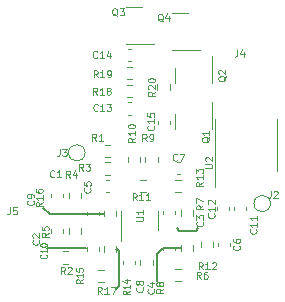
<source format=gbr>
%TF.GenerationSoftware,KiCad,Pcbnew,(6.0.1)*%
%TF.CreationDate,2023-02-09T13:28:00-07:00*%
%TF.ProjectId,NoteDetector,4e6f7465-4465-4746-9563-746f722e6b69,rev?*%
%TF.SameCoordinates,Original*%
%TF.FileFunction,Legend,Top*%
%TF.FilePolarity,Positive*%
%FSLAX46Y46*%
G04 Gerber Fmt 4.6, Leading zero omitted, Abs format (unit mm)*
G04 Created by KiCad (PCBNEW (6.0.1)) date 2023-02-09 13:28:00*
%MOMM*%
%LPD*%
G01*
G04 APERTURE LIST*
%ADD10C,0.150000*%
%ADD11C,0.100000*%
%ADD12C,0.120000*%
G04 APERTURE END LIST*
D10*
X-7700000Y-8600000D02*
X-4450000Y-8650000D01*
X-1600000Y-8800000D02*
X-1841116Y-8700000D01*
X-1600000Y-9350000D02*
X-1600000Y-8800000D01*
X-1600000Y-11850000D02*
X-1600000Y-9350000D01*
X-1850000Y-12100000D02*
X-1600000Y-11850000D01*
X3450000Y-7150000D02*
X3250000Y-6900000D01*
X4850000Y-7150000D02*
X3450000Y-7150000D01*
X5100000Y-6900000D02*
X4850000Y-7150000D01*
X2126384Y-8625000D02*
X3613884Y-8625000D01*
X1550000Y-9100000D02*
X1550000Y-11400000D01*
X2126384Y-8625000D02*
X1550000Y-9100000D01*
X-7450000Y-5700000D02*
X-8100000Y-5250000D01*
X-7450000Y-5700000D02*
X-2886116Y-5700000D01*
D11*
%TO.C,J4*%
X8400000Y8178571D02*
X8400000Y7750000D01*
X8371428Y7664285D01*
X8314285Y7607142D01*
X8228571Y7578571D01*
X8171428Y7578571D01*
X8942857Y7978571D02*
X8942857Y7578571D01*
X8800000Y8207142D02*
X8657142Y7778571D01*
X9028571Y7778571D01*
%TO.C,J5*%
X-10850000Y-5171428D02*
X-10850000Y-5600000D01*
X-10878571Y-5685714D01*
X-10935714Y-5742857D01*
X-11021428Y-5771428D01*
X-11078571Y-5771428D01*
X-10278571Y-5171428D02*
X-10564285Y-5171428D01*
X-10592857Y-5457142D01*
X-10564285Y-5428571D01*
X-10507142Y-5400000D01*
X-10364285Y-5400000D01*
X-10307142Y-5428571D01*
X-10278571Y-5457142D01*
X-10250000Y-5514285D01*
X-10250000Y-5657142D01*
X-10278571Y-5714285D01*
X-10307142Y-5742857D01*
X-10364285Y-5771428D01*
X-10507142Y-5771428D01*
X-10564285Y-5742857D01*
X-10592857Y-5714285D01*
%TO.C,C15*%
X1314285Y1714285D02*
X1342857Y1685714D01*
X1371428Y1600000D01*
X1371428Y1542857D01*
X1342857Y1457142D01*
X1285714Y1400000D01*
X1228571Y1371428D01*
X1114285Y1342857D01*
X1028571Y1342857D01*
X914285Y1371428D01*
X857142Y1400000D01*
X800000Y1457142D01*
X771428Y1542857D01*
X771428Y1600000D01*
X800000Y1685714D01*
X828571Y1714285D01*
X1371428Y2285714D02*
X1371428Y1942857D01*
X1371428Y2114285D02*
X771428Y2114285D01*
X857142Y2057142D01*
X914285Y2000000D01*
X942857Y1942857D01*
X771428Y2828571D02*
X771428Y2542857D01*
X1057142Y2514285D01*
X1028571Y2542857D01*
X1000000Y2600000D01*
X1000000Y2742857D01*
X1028571Y2800000D01*
X1057142Y2828571D01*
X1114285Y2857142D01*
X1257142Y2857142D01*
X1314285Y2828571D01*
X1342857Y2800000D01*
X1371428Y2742857D01*
X1371428Y2600000D01*
X1342857Y2542857D01*
X1314285Y2514285D01*
%TO.C,C14*%
X-3485714Y7535714D02*
X-3514285Y7507142D01*
X-3600000Y7478571D01*
X-3657142Y7478571D01*
X-3742857Y7507142D01*
X-3800000Y7564285D01*
X-3828571Y7621428D01*
X-3857142Y7735714D01*
X-3857142Y7821428D01*
X-3828571Y7935714D01*
X-3800000Y7992857D01*
X-3742857Y8050000D01*
X-3657142Y8078571D01*
X-3600000Y8078571D01*
X-3514285Y8050000D01*
X-3485714Y8021428D01*
X-2914285Y7478571D02*
X-3257142Y7478571D01*
X-3085714Y7478571D02*
X-3085714Y8078571D01*
X-3142857Y7992857D01*
X-3200000Y7935714D01*
X-3257142Y7907142D01*
X-2400000Y7878571D02*
X-2400000Y7478571D01*
X-2542857Y8107142D02*
X-2685714Y7678571D01*
X-2314285Y7678571D01*
%TO.C,C13*%
X-3435714Y3035714D02*
X-3464285Y3007142D01*
X-3550000Y2978571D01*
X-3607142Y2978571D01*
X-3692857Y3007142D01*
X-3750000Y3064285D01*
X-3778571Y3121428D01*
X-3807142Y3235714D01*
X-3807142Y3321428D01*
X-3778571Y3435714D01*
X-3750000Y3492857D01*
X-3692857Y3550000D01*
X-3607142Y3578571D01*
X-3550000Y3578571D01*
X-3464285Y3550000D01*
X-3435714Y3521428D01*
X-2864285Y2978571D02*
X-3207142Y2978571D01*
X-3035714Y2978571D02*
X-3035714Y3578571D01*
X-3092857Y3492857D01*
X-3150000Y3435714D01*
X-3207142Y3407142D01*
X-2664285Y3578571D02*
X-2292857Y3578571D01*
X-2492857Y3350000D01*
X-2407142Y3350000D01*
X-2350000Y3321428D01*
X-2321428Y3292857D01*
X-2292857Y3235714D01*
X-2292857Y3092857D01*
X-2321428Y3035714D01*
X-2350000Y3007142D01*
X-2407142Y2978571D01*
X-2578571Y2978571D01*
X-2635714Y3007142D01*
X-2664285Y3035714D01*
%TO.C,U2*%
X5671428Y-1857142D02*
X6157142Y-1857142D01*
X6214285Y-1828571D01*
X6242857Y-1800000D01*
X6271428Y-1742857D01*
X6271428Y-1628571D01*
X6242857Y-1571428D01*
X6214285Y-1542857D01*
X6157142Y-1514285D01*
X5671428Y-1514285D01*
X5728571Y-1257142D02*
X5700000Y-1228571D01*
X5671428Y-1171428D01*
X5671428Y-1028571D01*
X5700000Y-971428D01*
X5728571Y-942857D01*
X5785714Y-914285D01*
X5842857Y-914285D01*
X5928571Y-942857D01*
X6271428Y-1285714D01*
X6271428Y-914285D01*
%TO.C,U1*%
X-178571Y-6307142D02*
X307142Y-6307142D01*
X364285Y-6278571D01*
X392857Y-6250000D01*
X421428Y-6192857D01*
X421428Y-6078571D01*
X392857Y-6021428D01*
X364285Y-5992857D01*
X307142Y-5964285D01*
X-178571Y-5964285D01*
X421428Y-5364285D02*
X421428Y-5707142D01*
X421428Y-5535714D02*
X-178571Y-5535714D01*
X-92857Y-5592857D01*
X-35714Y-5650000D01*
X-7142Y-5707142D01*
%TO.C,R20*%
X1421428Y4614285D02*
X1135714Y4414285D01*
X1421428Y4271428D02*
X821428Y4271428D01*
X821428Y4500000D01*
X850000Y4557142D01*
X878571Y4585714D01*
X935714Y4614285D01*
X1021428Y4614285D01*
X1078571Y4585714D01*
X1107142Y4557142D01*
X1135714Y4500000D01*
X1135714Y4271428D01*
X878571Y4842857D02*
X850000Y4871428D01*
X821428Y4928571D01*
X821428Y5071428D01*
X850000Y5128571D01*
X878571Y5157142D01*
X935714Y5185714D01*
X992857Y5185714D01*
X1078571Y5157142D01*
X1421428Y4814285D01*
X1421428Y5185714D01*
X821428Y5557142D02*
X821428Y5614285D01*
X850000Y5671428D01*
X878571Y5700000D01*
X935714Y5728571D01*
X1050000Y5757142D01*
X1192857Y5757142D01*
X1307142Y5728571D01*
X1364285Y5700000D01*
X1392857Y5671428D01*
X1421428Y5614285D01*
X1421428Y5557142D01*
X1392857Y5500000D01*
X1364285Y5471428D01*
X1307142Y5442857D01*
X1192857Y5414285D01*
X1050000Y5414285D01*
X935714Y5442857D01*
X878571Y5471428D01*
X850000Y5500000D01*
X821428Y5557142D01*
%TO.C,R19*%
X-3435714Y5828571D02*
X-3635714Y6114285D01*
X-3778571Y5828571D02*
X-3778571Y6428571D01*
X-3550000Y6428571D01*
X-3492857Y6400000D01*
X-3464285Y6371428D01*
X-3435714Y6314285D01*
X-3435714Y6228571D01*
X-3464285Y6171428D01*
X-3492857Y6142857D01*
X-3550000Y6114285D01*
X-3778571Y6114285D01*
X-2864285Y5828571D02*
X-3207142Y5828571D01*
X-3035714Y5828571D02*
X-3035714Y6428571D01*
X-3092857Y6342857D01*
X-3150000Y6285714D01*
X-3207142Y6257142D01*
X-2578571Y5828571D02*
X-2464285Y5828571D01*
X-2407142Y5857142D01*
X-2378571Y5885714D01*
X-2321428Y5971428D01*
X-2292857Y6085714D01*
X-2292857Y6314285D01*
X-2321428Y6371428D01*
X-2350000Y6400000D01*
X-2407142Y6428571D01*
X-2521428Y6428571D01*
X-2578571Y6400000D01*
X-2607142Y6371428D01*
X-2635714Y6314285D01*
X-2635714Y6171428D01*
X-2607142Y6114285D01*
X-2578571Y6085714D01*
X-2521428Y6057142D01*
X-2407142Y6057142D01*
X-2350000Y6085714D01*
X-2321428Y6114285D01*
X-2292857Y6171428D01*
%TO.C,R18*%
X-3485714Y4378571D02*
X-3685714Y4664285D01*
X-3828571Y4378571D02*
X-3828571Y4978571D01*
X-3600000Y4978571D01*
X-3542857Y4950000D01*
X-3514285Y4921428D01*
X-3485714Y4864285D01*
X-3485714Y4778571D01*
X-3514285Y4721428D01*
X-3542857Y4692857D01*
X-3600000Y4664285D01*
X-3828571Y4664285D01*
X-2914285Y4378571D02*
X-3257142Y4378571D01*
X-3085714Y4378571D02*
X-3085714Y4978571D01*
X-3142857Y4892857D01*
X-3200000Y4835714D01*
X-3257142Y4807142D01*
X-2571428Y4721428D02*
X-2628571Y4750000D01*
X-2657142Y4778571D01*
X-2685714Y4835714D01*
X-2685714Y4864285D01*
X-2657142Y4921428D01*
X-2628571Y4950000D01*
X-2571428Y4978571D01*
X-2457142Y4978571D01*
X-2400000Y4950000D01*
X-2371428Y4921428D01*
X-2342857Y4864285D01*
X-2342857Y4835714D01*
X-2371428Y4778571D01*
X-2400000Y4750000D01*
X-2457142Y4721428D01*
X-2571428Y4721428D01*
X-2628571Y4692857D01*
X-2657142Y4664285D01*
X-2685714Y4607142D01*
X-2685714Y4492857D01*
X-2657142Y4435714D01*
X-2628571Y4407142D01*
X-2571428Y4378571D01*
X-2457142Y4378571D01*
X-2400000Y4407142D01*
X-2371428Y4435714D01*
X-2342857Y4492857D01*
X-2342857Y4607142D01*
X-2371428Y4664285D01*
X-2400000Y4692857D01*
X-2457142Y4721428D01*
%TO.C,R17*%
X-3085714Y-12521428D02*
X-3285714Y-12235714D01*
X-3428571Y-12521428D02*
X-3428571Y-11921428D01*
X-3200000Y-11921428D01*
X-3142857Y-11950000D01*
X-3114285Y-11978571D01*
X-3085714Y-12035714D01*
X-3085714Y-12121428D01*
X-3114285Y-12178571D01*
X-3142857Y-12207142D01*
X-3200000Y-12235714D01*
X-3428571Y-12235714D01*
X-2514285Y-12521428D02*
X-2857142Y-12521428D01*
X-2685714Y-12521428D02*
X-2685714Y-11921428D01*
X-2742857Y-12007142D01*
X-2800000Y-12064285D01*
X-2857142Y-12092857D01*
X-2314285Y-11921428D02*
X-1914285Y-11921428D01*
X-2171428Y-12521428D01*
%TO.C,R16*%
X-8078571Y-4735714D02*
X-8364285Y-4935714D01*
X-8078571Y-5078571D02*
X-8678571Y-5078571D01*
X-8678571Y-4850000D01*
X-8650000Y-4792857D01*
X-8621428Y-4764285D01*
X-8564285Y-4735714D01*
X-8478571Y-4735714D01*
X-8421428Y-4764285D01*
X-8392857Y-4792857D01*
X-8364285Y-4850000D01*
X-8364285Y-5078571D01*
X-8078571Y-4164285D02*
X-8078571Y-4507142D01*
X-8078571Y-4335714D02*
X-8678571Y-4335714D01*
X-8592857Y-4392857D01*
X-8535714Y-4450000D01*
X-8507142Y-4507142D01*
X-8678571Y-3650000D02*
X-8678571Y-3764285D01*
X-8650000Y-3821428D01*
X-8621428Y-3850000D01*
X-8535714Y-3907142D01*
X-8421428Y-3935714D01*
X-8192857Y-3935714D01*
X-8135714Y-3907142D01*
X-8107142Y-3878571D01*
X-8078571Y-3821428D01*
X-8078571Y-3707142D01*
X-8107142Y-3650000D01*
X-8135714Y-3621428D01*
X-8192857Y-3592857D01*
X-8335714Y-3592857D01*
X-8392857Y-3621428D01*
X-8421428Y-3650000D01*
X-8450000Y-3707142D01*
X-8450000Y-3821428D01*
X-8421428Y-3878571D01*
X-8392857Y-3907142D01*
X-8335714Y-3935714D01*
%TO.C,R15*%
X-4678571Y-11271428D02*
X-4964285Y-11438095D01*
X-4678571Y-11557142D02*
X-5278571Y-11557142D01*
X-5278571Y-11366666D01*
X-5250000Y-11319047D01*
X-5221428Y-11295238D01*
X-5164285Y-11271428D01*
X-5078571Y-11271428D01*
X-5021428Y-11295238D01*
X-4992857Y-11319047D01*
X-4964285Y-11366666D01*
X-4964285Y-11557142D01*
X-4678571Y-10795238D02*
X-4678571Y-11080952D01*
X-4678571Y-10938095D02*
X-5278571Y-10938095D01*
X-5192857Y-10985714D01*
X-5135714Y-11033333D01*
X-5107142Y-11080952D01*
X-5278571Y-10342857D02*
X-5278571Y-10580952D01*
X-4992857Y-10604761D01*
X-5021428Y-10580952D01*
X-5050000Y-10533333D01*
X-5050000Y-10414285D01*
X-5021428Y-10366666D01*
X-4992857Y-10342857D01*
X-4935714Y-10319047D01*
X-4792857Y-10319047D01*
X-4735714Y-10342857D01*
X-4707142Y-10366666D01*
X-4678571Y-10414285D01*
X-4678571Y-10533333D01*
X-4707142Y-10580952D01*
X-4735714Y-10604761D01*
%TO.C,R14*%
X-728571Y-12221428D02*
X-1014285Y-12388095D01*
X-728571Y-12507142D02*
X-1328571Y-12507142D01*
X-1328571Y-12316666D01*
X-1300000Y-12269047D01*
X-1271428Y-12245238D01*
X-1214285Y-12221428D01*
X-1128571Y-12221428D01*
X-1071428Y-12245238D01*
X-1042857Y-12269047D01*
X-1014285Y-12316666D01*
X-1014285Y-12507142D01*
X-728571Y-11745238D02*
X-728571Y-12030952D01*
X-728571Y-11888095D02*
X-1328571Y-11888095D01*
X-1242857Y-11935714D01*
X-1185714Y-11983333D01*
X-1157142Y-12030952D01*
X-1128571Y-11316666D02*
X-728571Y-11316666D01*
X-1357142Y-11435714D02*
X-928571Y-11554761D01*
X-928571Y-11245238D01*
%TO.C,R13*%
X5471428Y-3035714D02*
X5185714Y-3235714D01*
X5471428Y-3378571D02*
X4871428Y-3378571D01*
X4871428Y-3150000D01*
X4900000Y-3092857D01*
X4928571Y-3064285D01*
X4985714Y-3035714D01*
X5071428Y-3035714D01*
X5128571Y-3064285D01*
X5157142Y-3092857D01*
X5185714Y-3150000D01*
X5185714Y-3378571D01*
X5471428Y-2464285D02*
X5471428Y-2807142D01*
X5471428Y-2635714D02*
X4871428Y-2635714D01*
X4957142Y-2692857D01*
X5014285Y-2750000D01*
X5042857Y-2807142D01*
X4871428Y-2264285D02*
X4871428Y-1892857D01*
X5100000Y-2092857D01*
X5100000Y-2007142D01*
X5128571Y-1950000D01*
X5157142Y-1921428D01*
X5214285Y-1892857D01*
X5357142Y-1892857D01*
X5414285Y-1921428D01*
X5442857Y-1950000D01*
X5471428Y-2007142D01*
X5471428Y-2178571D01*
X5442857Y-2235714D01*
X5414285Y-2264285D01*
%TO.C,R12*%
X5464285Y-10421428D02*
X5264285Y-10135714D01*
X5121428Y-10421428D02*
X5121428Y-9821428D01*
X5350000Y-9821428D01*
X5407142Y-9850000D01*
X5435714Y-9878571D01*
X5464285Y-9935714D01*
X5464285Y-10021428D01*
X5435714Y-10078571D01*
X5407142Y-10107142D01*
X5350000Y-10135714D01*
X5121428Y-10135714D01*
X6035714Y-10421428D02*
X5692857Y-10421428D01*
X5864285Y-10421428D02*
X5864285Y-9821428D01*
X5807142Y-9907142D01*
X5750000Y-9964285D01*
X5692857Y-9992857D01*
X6264285Y-9878571D02*
X6292857Y-9850000D01*
X6350000Y-9821428D01*
X6492857Y-9821428D01*
X6550000Y-9850000D01*
X6578571Y-9878571D01*
X6607142Y-9935714D01*
X6607142Y-9992857D01*
X6578571Y-10078571D01*
X6235714Y-10421428D01*
X6607142Y-10421428D01*
%TO.C,R11*%
X-135714Y-4571428D02*
X-335714Y-4285714D01*
X-478571Y-4571428D02*
X-478571Y-3971428D01*
X-249999Y-3971428D01*
X-192857Y-4000000D01*
X-164285Y-4028571D01*
X-135714Y-4085714D01*
X-135714Y-4171428D01*
X-164285Y-4228571D01*
X-192857Y-4257142D01*
X-249999Y-4285714D01*
X-478571Y-4285714D01*
X435714Y-4571428D02*
X92857Y-4571428D01*
X264285Y-4571428D02*
X264285Y-3971428D01*
X207142Y-4057142D01*
X150000Y-4114285D01*
X92857Y-4142857D01*
X1007142Y-4571428D02*
X664285Y-4571428D01*
X835714Y-4571428D02*
X835714Y-3971428D01*
X778571Y-4057142D01*
X721428Y-4114285D01*
X664285Y-4142857D01*
%TO.C,R10*%
X-278571Y714285D02*
X-564285Y514285D01*
X-278571Y371428D02*
X-878571Y371428D01*
X-878571Y600000D01*
X-850000Y657142D01*
X-821428Y685714D01*
X-764285Y714285D01*
X-678571Y714285D01*
X-621428Y685714D01*
X-592857Y657142D01*
X-564285Y600000D01*
X-564285Y371428D01*
X-278571Y1285714D02*
X-278571Y942857D01*
X-278571Y1114285D02*
X-878571Y1114285D01*
X-792857Y1057142D01*
X-735714Y1000000D01*
X-707142Y942857D01*
X-878571Y1657142D02*
X-878571Y1714285D01*
X-850000Y1771428D01*
X-821428Y1800000D01*
X-764285Y1828571D01*
X-650000Y1857142D01*
X-507142Y1857142D01*
X-392857Y1828571D01*
X-335714Y1800000D01*
X-307142Y1771428D01*
X-278571Y1714285D01*
X-278571Y1657142D01*
X-307142Y1600000D01*
X-335714Y1571428D01*
X-392857Y1542857D01*
X-507142Y1514285D01*
X-650000Y1514285D01*
X-764285Y1542857D01*
X-821428Y1571428D01*
X-850000Y1600000D01*
X-878571Y1657142D01*
%TO.C,R9*%
X700000Y428571D02*
X500000Y714285D01*
X357142Y428571D02*
X357142Y1028571D01*
X585714Y1028571D01*
X642857Y1000000D01*
X671428Y971428D01*
X700000Y914285D01*
X700000Y828571D01*
X671428Y771428D01*
X642857Y742857D01*
X585714Y714285D01*
X357142Y714285D01*
X985714Y428571D02*
X1100000Y428571D01*
X1157142Y457142D01*
X1185714Y485714D01*
X1242857Y571428D01*
X1271428Y685714D01*
X1271428Y914285D01*
X1242857Y971428D01*
X1214285Y1000000D01*
X1157142Y1028571D01*
X1042857Y1028571D01*
X985714Y1000000D01*
X957142Y971428D01*
X928571Y914285D01*
X928571Y771428D01*
X957142Y714285D01*
X985714Y685714D01*
X1042857Y657142D01*
X1157142Y657142D01*
X1214285Y685714D01*
X1242857Y714285D01*
X1271428Y771428D01*
%TO.C,R8*%
X2121428Y-12050000D02*
X1835714Y-12250000D01*
X2121428Y-12392857D02*
X1521428Y-12392857D01*
X1521428Y-12164285D01*
X1550000Y-12107142D01*
X1578571Y-12078571D01*
X1635714Y-12050000D01*
X1721428Y-12050000D01*
X1778571Y-12078571D01*
X1807142Y-12107142D01*
X1835714Y-12164285D01*
X1835714Y-12392857D01*
X1778571Y-11707142D02*
X1750000Y-11764285D01*
X1721428Y-11792857D01*
X1664285Y-11821428D01*
X1635714Y-11821428D01*
X1578571Y-11792857D01*
X1550000Y-11764285D01*
X1521428Y-11707142D01*
X1521428Y-11592857D01*
X1550000Y-11535714D01*
X1578571Y-11507142D01*
X1635714Y-11478571D01*
X1664285Y-11478571D01*
X1721428Y-11507142D01*
X1750000Y-11535714D01*
X1778571Y-11592857D01*
X1778571Y-11707142D01*
X1807142Y-11764285D01*
X1835714Y-11792857D01*
X1892857Y-11821428D01*
X2007142Y-11821428D01*
X2064285Y-11792857D01*
X2092857Y-11764285D01*
X2121428Y-11707142D01*
X2121428Y-11592857D01*
X2092857Y-11535714D01*
X2064285Y-11507142D01*
X2007142Y-11478571D01*
X1892857Y-11478571D01*
X1835714Y-11507142D01*
X1807142Y-11535714D01*
X1778571Y-11592857D01*
%TO.C,R7*%
X5521428Y-5000000D02*
X5235714Y-5200000D01*
X5521428Y-5342857D02*
X4921428Y-5342857D01*
X4921428Y-5114285D01*
X4950000Y-5057142D01*
X4978571Y-5028571D01*
X5035714Y-5000000D01*
X5121428Y-5000000D01*
X5178571Y-5028571D01*
X5207142Y-5057142D01*
X5235714Y-5114285D01*
X5235714Y-5342857D01*
X4921428Y-4800000D02*
X4921428Y-4400000D01*
X5521428Y-4657142D01*
%TO.C,R6*%
X5300000Y-11221428D02*
X5100000Y-10935714D01*
X4957142Y-11221428D02*
X4957142Y-10621428D01*
X5185714Y-10621428D01*
X5242857Y-10650000D01*
X5271428Y-10678571D01*
X5300000Y-10735714D01*
X5300000Y-10821428D01*
X5271428Y-10878571D01*
X5242857Y-10907142D01*
X5185714Y-10935714D01*
X4957142Y-10935714D01*
X5814285Y-10621428D02*
X5700000Y-10621428D01*
X5642857Y-10650000D01*
X5614285Y-10678571D01*
X5557142Y-10764285D01*
X5528571Y-10878571D01*
X5528571Y-11107142D01*
X5557142Y-11164285D01*
X5585714Y-11192857D01*
X5642857Y-11221428D01*
X5757142Y-11221428D01*
X5814285Y-11192857D01*
X5842857Y-11164285D01*
X5871428Y-11107142D01*
X5871428Y-10964285D01*
X5842857Y-10907142D01*
X5814285Y-10878571D01*
X5757142Y-10850000D01*
X5642857Y-10850000D01*
X5585714Y-10878571D01*
X5557142Y-10907142D01*
X5528571Y-10964285D01*
%TO.C,R5*%
X-7578571Y-7350000D02*
X-7864285Y-7550000D01*
X-7578571Y-7692857D02*
X-8178571Y-7692857D01*
X-8178571Y-7464285D01*
X-8150000Y-7407142D01*
X-8121428Y-7378571D01*
X-8064285Y-7350000D01*
X-7978571Y-7350000D01*
X-7921428Y-7378571D01*
X-7892857Y-7407142D01*
X-7864285Y-7464285D01*
X-7864285Y-7692857D01*
X-8178571Y-6807142D02*
X-8178571Y-7092857D01*
X-7892857Y-7121428D01*
X-7921428Y-7092857D01*
X-7950000Y-7035714D01*
X-7950000Y-6892857D01*
X-7921428Y-6835714D01*
X-7892857Y-6807142D01*
X-7835714Y-6778571D01*
X-7692857Y-6778571D01*
X-7635714Y-6807142D01*
X-7607142Y-6835714D01*
X-7578571Y-6892857D01*
X-7578571Y-7035714D01*
X-7607142Y-7092857D01*
X-7635714Y-7121428D01*
%TO.C,R4*%
X-5750000Y-2671428D02*
X-5950000Y-2385714D01*
X-6092857Y-2671428D02*
X-6092857Y-2071428D01*
X-5864285Y-2071428D01*
X-5807142Y-2100000D01*
X-5778571Y-2128571D01*
X-5750000Y-2185714D01*
X-5750000Y-2271428D01*
X-5778571Y-2328571D01*
X-5807142Y-2357142D01*
X-5864285Y-2385714D01*
X-6092857Y-2385714D01*
X-5235714Y-2271428D02*
X-5235714Y-2671428D01*
X-5378571Y-2042857D02*
X-5521428Y-2471428D01*
X-5150000Y-2471428D01*
%TO.C,R3*%
X-4650000Y-2071428D02*
X-4850000Y-1785714D01*
X-4992857Y-2071428D02*
X-4992857Y-1471428D01*
X-4764285Y-1471428D01*
X-4707142Y-1500000D01*
X-4678571Y-1528571D01*
X-4650000Y-1585714D01*
X-4650000Y-1671428D01*
X-4678571Y-1728571D01*
X-4707142Y-1757142D01*
X-4764285Y-1785714D01*
X-4992857Y-1785714D01*
X-4450000Y-1471428D02*
X-4078571Y-1471428D01*
X-4278571Y-1700000D01*
X-4192857Y-1700000D01*
X-4135714Y-1728571D01*
X-4107142Y-1757142D01*
X-4078571Y-1814285D01*
X-4078571Y-1957142D01*
X-4107142Y-2014285D01*
X-4135714Y-2042857D01*
X-4192857Y-2071428D01*
X-4364285Y-2071428D01*
X-4421428Y-2042857D01*
X-4450000Y-2014285D01*
%TO.C,R2*%
X-6200000Y-10821428D02*
X-6400000Y-10535714D01*
X-6542857Y-10821428D02*
X-6542857Y-10221428D01*
X-6314285Y-10221428D01*
X-6257142Y-10250000D01*
X-6228571Y-10278571D01*
X-6200000Y-10335714D01*
X-6200000Y-10421428D01*
X-6228571Y-10478571D01*
X-6257142Y-10507142D01*
X-6314285Y-10535714D01*
X-6542857Y-10535714D01*
X-5971428Y-10278571D02*
X-5942857Y-10250000D01*
X-5885714Y-10221428D01*
X-5742857Y-10221428D01*
X-5685714Y-10250000D01*
X-5657142Y-10278571D01*
X-5628571Y-10335714D01*
X-5628571Y-10392857D01*
X-5657142Y-10478571D01*
X-6000000Y-10821428D01*
X-5628571Y-10821428D01*
%TO.C,R1*%
X-3550000Y478571D02*
X-3750000Y764285D01*
X-3892857Y478571D02*
X-3892857Y1078571D01*
X-3664285Y1078571D01*
X-3607142Y1050000D01*
X-3578571Y1021428D01*
X-3550000Y964285D01*
X-3550000Y878571D01*
X-3578571Y821428D01*
X-3607142Y792857D01*
X-3664285Y764285D01*
X-3892857Y764285D01*
X-2978571Y478571D02*
X-3321428Y478571D01*
X-3150000Y478571D02*
X-3150000Y1078571D01*
X-3207142Y992857D01*
X-3264285Y935714D01*
X-3321428Y907142D01*
%TO.C,Q4*%
X2092857Y10571428D02*
X2035714Y10600000D01*
X1978571Y10657142D01*
X1892857Y10742857D01*
X1835714Y10771428D01*
X1778571Y10771428D01*
X1807142Y10628571D02*
X1750000Y10657142D01*
X1692857Y10714285D01*
X1664285Y10828571D01*
X1664285Y11028571D01*
X1692857Y11142857D01*
X1750000Y11200000D01*
X1807142Y11228571D01*
X1921428Y11228571D01*
X1978571Y11200000D01*
X2035714Y11142857D01*
X2064285Y11028571D01*
X2064285Y10828571D01*
X2035714Y10714285D01*
X1978571Y10657142D01*
X1921428Y10628571D01*
X1807142Y10628571D01*
X2578571Y11028571D02*
X2578571Y10628571D01*
X2435714Y11257142D02*
X2292857Y10828571D01*
X2664285Y10828571D01*
%TO.C,Q3*%
X-1757142Y11021428D02*
X-1814285Y11050000D01*
X-1871428Y11107142D01*
X-1957142Y11192857D01*
X-2014285Y11221428D01*
X-2071428Y11221428D01*
X-2042857Y11078571D02*
X-2100000Y11107142D01*
X-2157142Y11164285D01*
X-2185714Y11278571D01*
X-2185714Y11478571D01*
X-2157142Y11592857D01*
X-2100000Y11650000D01*
X-2042857Y11678571D01*
X-1928571Y11678571D01*
X-1871428Y11650000D01*
X-1814285Y11592857D01*
X-1785714Y11478571D01*
X-1785714Y11278571D01*
X-1814285Y11164285D01*
X-1871428Y11107142D01*
X-1928571Y11078571D01*
X-2042857Y11078571D01*
X-1585714Y11678571D02*
X-1214285Y11678571D01*
X-1414285Y11450000D01*
X-1328571Y11450000D01*
X-1271428Y11421428D01*
X-1242857Y11392857D01*
X-1214285Y11335714D01*
X-1214285Y11192857D01*
X-1242857Y11135714D01*
X-1271428Y11107142D01*
X-1328571Y11078571D01*
X-1500000Y11078571D01*
X-1557142Y11107142D01*
X-1585714Y11135714D01*
%TO.C,Q2*%
X7428571Y5942857D02*
X7400000Y5885714D01*
X7342857Y5828571D01*
X7257142Y5742857D01*
X7228571Y5685714D01*
X7228571Y5628571D01*
X7371428Y5657142D02*
X7342857Y5600000D01*
X7285714Y5542857D01*
X7171428Y5514285D01*
X6971428Y5514285D01*
X6857142Y5542857D01*
X6800000Y5600000D01*
X6771428Y5657142D01*
X6771428Y5771428D01*
X6800000Y5828571D01*
X6857142Y5885714D01*
X6971428Y5914285D01*
X7171428Y5914285D01*
X7285714Y5885714D01*
X7342857Y5828571D01*
X7371428Y5771428D01*
X7371428Y5657142D01*
X6828571Y6142857D02*
X6800000Y6171428D01*
X6771428Y6228571D01*
X6771428Y6371428D01*
X6800000Y6428571D01*
X6828571Y6457142D01*
X6885714Y6485714D01*
X6942857Y6485714D01*
X7028571Y6457142D01*
X7371428Y6114285D01*
X7371428Y6485714D01*
%TO.C,Q1*%
X6028571Y792857D02*
X6000000Y735714D01*
X5942857Y678571D01*
X5857142Y592857D01*
X5828571Y535714D01*
X5828571Y478571D01*
X5971428Y507142D02*
X5942857Y450000D01*
X5885714Y392857D01*
X5771428Y364285D01*
X5571428Y364285D01*
X5457142Y392857D01*
X5400000Y450000D01*
X5371428Y507142D01*
X5371428Y621428D01*
X5400000Y678571D01*
X5457142Y735714D01*
X5571428Y764285D01*
X5771428Y764285D01*
X5885714Y735714D01*
X5942857Y678571D01*
X5971428Y621428D01*
X5971428Y507142D01*
X5971428Y1335714D02*
X5971428Y992857D01*
X5971428Y1164285D02*
X5371428Y1164285D01*
X5457142Y1107142D01*
X5514285Y1050000D01*
X5542857Y992857D01*
%TO.C,J3*%
X-6650000Y-221428D02*
X-6650000Y-650000D01*
X-6678571Y-735714D01*
X-6735714Y-792857D01*
X-6821428Y-821428D01*
X-6878571Y-821428D01*
X-6421428Y-221428D02*
X-6050000Y-221428D01*
X-6250000Y-450000D01*
X-6164285Y-450000D01*
X-6107142Y-478571D01*
X-6078571Y-507142D01*
X-6050000Y-564285D01*
X-6050000Y-707142D01*
X-6078571Y-764285D01*
X-6107142Y-792857D01*
X-6164285Y-821428D01*
X-6335714Y-821428D01*
X-6392857Y-792857D01*
X-6421428Y-764285D01*
%TO.C,J2*%
X11200000Y-3771428D02*
X11200000Y-4200000D01*
X11171428Y-4285714D01*
X11114285Y-4342857D01*
X11028571Y-4371428D01*
X10971428Y-4371428D01*
X11457142Y-3828571D02*
X11485714Y-3800000D01*
X11542857Y-3771428D01*
X11685714Y-3771428D01*
X11742857Y-3800000D01*
X11771428Y-3828571D01*
X11800000Y-3885714D01*
X11800000Y-3942857D01*
X11771428Y-4028571D01*
X11428571Y-4371428D01*
X11800000Y-4371428D01*
%TO.C,C12*%
X6414285Y-5685714D02*
X6442857Y-5714285D01*
X6471428Y-5799999D01*
X6471428Y-5857142D01*
X6442857Y-5942857D01*
X6385714Y-5999999D01*
X6328571Y-6028571D01*
X6214285Y-6057142D01*
X6128571Y-6057142D01*
X6014285Y-6028571D01*
X5957142Y-5999999D01*
X5900000Y-5942857D01*
X5871428Y-5857142D01*
X5871428Y-5799999D01*
X5900000Y-5714285D01*
X5928571Y-5685714D01*
X6471428Y-5114285D02*
X6471428Y-5457142D01*
X6471428Y-5285714D02*
X5871428Y-5285714D01*
X5957142Y-5342857D01*
X6014285Y-5400000D01*
X6042857Y-5457142D01*
X5928571Y-4885714D02*
X5900000Y-4857142D01*
X5871428Y-4800000D01*
X5871428Y-4657142D01*
X5900000Y-4600000D01*
X5928571Y-4571428D01*
X5985714Y-4542857D01*
X6042857Y-4542857D01*
X6128571Y-4571428D01*
X6471428Y-4914285D01*
X6471428Y-4542857D01*
%TO.C,C11*%
X9964285Y-7035714D02*
X9992857Y-7064285D01*
X10021428Y-7150000D01*
X10021428Y-7207142D01*
X9992857Y-7292857D01*
X9935714Y-7350000D01*
X9878571Y-7378571D01*
X9764285Y-7407142D01*
X9678571Y-7407142D01*
X9564285Y-7378571D01*
X9507142Y-7350000D01*
X9450000Y-7292857D01*
X9421428Y-7207142D01*
X9421428Y-7150000D01*
X9450000Y-7064285D01*
X9478571Y-7035714D01*
X10021428Y-6464285D02*
X10021428Y-6807142D01*
X10021428Y-6635714D02*
X9421428Y-6635714D01*
X9507142Y-6692857D01*
X9564285Y-6750000D01*
X9592857Y-6807142D01*
X10021428Y-5892857D02*
X10021428Y-6235714D01*
X10021428Y-6064285D02*
X9421428Y-6064285D01*
X9507142Y-6121428D01*
X9564285Y-6178571D01*
X9592857Y-6235714D01*
%TO.C,C10*%
X-7785714Y-9171428D02*
X-7757142Y-9195238D01*
X-7728571Y-9266666D01*
X-7728571Y-9314285D01*
X-7757142Y-9385714D01*
X-7814285Y-9433333D01*
X-7871428Y-9457142D01*
X-7985714Y-9480952D01*
X-8071428Y-9480952D01*
X-8185714Y-9457142D01*
X-8242857Y-9433333D01*
X-8300000Y-9385714D01*
X-8328571Y-9314285D01*
X-8328571Y-9266666D01*
X-8300000Y-9195238D01*
X-8271428Y-9171428D01*
X-7728571Y-8695238D02*
X-7728571Y-8980952D01*
X-7728571Y-8838095D02*
X-8328571Y-8838095D01*
X-8242857Y-8885714D01*
X-8185714Y-8933333D01*
X-8157142Y-8980952D01*
X-8328571Y-8385714D02*
X-8328571Y-8338095D01*
X-8300000Y-8290476D01*
X-8271428Y-8266666D01*
X-8214285Y-8242857D01*
X-8100000Y-8219047D01*
X-7957142Y-8219047D01*
X-7842857Y-8242857D01*
X-7785714Y-8266666D01*
X-7757142Y-8290476D01*
X-7728571Y-8338095D01*
X-7728571Y-8385714D01*
X-7757142Y-8433333D01*
X-7785714Y-8457142D01*
X-7842857Y-8480952D01*
X-7957142Y-8504761D01*
X-8100000Y-8504761D01*
X-8214285Y-8480952D01*
X-8271428Y-8457142D01*
X-8300000Y-8433333D01*
X-8328571Y-8385714D01*
%TO.C,C9*%
X-8885714Y-4600000D02*
X-8857142Y-4628571D01*
X-8828571Y-4714285D01*
X-8828571Y-4771428D01*
X-8857142Y-4857142D01*
X-8914285Y-4914285D01*
X-8971428Y-4942857D01*
X-9085714Y-4971428D01*
X-9171428Y-4971428D01*
X-9285714Y-4942857D01*
X-9342857Y-4914285D01*
X-9400000Y-4857142D01*
X-9428571Y-4771428D01*
X-9428571Y-4714285D01*
X-9400000Y-4628571D01*
X-9371428Y-4600000D01*
X-8828571Y-4314285D02*
X-8828571Y-4200000D01*
X-8857142Y-4142857D01*
X-8885714Y-4114285D01*
X-8971428Y-4057142D01*
X-9085714Y-4028571D01*
X-9314285Y-4028571D01*
X-9371428Y-4057142D01*
X-9400000Y-4085714D01*
X-9428571Y-4142857D01*
X-9428571Y-4257142D01*
X-9400000Y-4314285D01*
X-9371428Y-4342857D01*
X-9314285Y-4371428D01*
X-9171428Y-4371428D01*
X-9114285Y-4342857D01*
X-9085714Y-4314285D01*
X-9057142Y-4257142D01*
X-9057142Y-4142857D01*
X-9085714Y-4085714D01*
X-9114285Y-4057142D01*
X-9171428Y-4028571D01*
%TO.C,C8*%
X364285Y-11950000D02*
X392857Y-11978571D01*
X421428Y-12064285D01*
X421428Y-12121428D01*
X392857Y-12207142D01*
X335714Y-12264285D01*
X278571Y-12292857D01*
X164285Y-12321428D01*
X78571Y-12321428D01*
X-35714Y-12292857D01*
X-92857Y-12264285D01*
X-150000Y-12207142D01*
X-178571Y-12121428D01*
X-178571Y-12064285D01*
X-150000Y-11978571D01*
X-121428Y-11950000D01*
X78571Y-11607142D02*
X50000Y-11664285D01*
X21428Y-11692857D01*
X-35714Y-11721428D01*
X-64285Y-11721428D01*
X-121428Y-11692857D01*
X-150000Y-11664285D01*
X-178571Y-11607142D01*
X-178571Y-11492857D01*
X-150000Y-11435714D01*
X-121428Y-11407142D01*
X-64285Y-11378571D01*
X-35714Y-11378571D01*
X21428Y-11407142D01*
X50000Y-11435714D01*
X78571Y-11492857D01*
X78571Y-11607142D01*
X107142Y-11664285D01*
X135714Y-11692857D01*
X192857Y-11721428D01*
X307142Y-11721428D01*
X364285Y-11692857D01*
X392857Y-11664285D01*
X421428Y-11607142D01*
X421428Y-11492857D01*
X392857Y-11435714D01*
X364285Y-11407142D01*
X307142Y-11378571D01*
X192857Y-11378571D01*
X135714Y-11407142D01*
X107142Y-11435714D01*
X78571Y-11492857D01*
%TO.C,C7*%
X3300000Y-1164285D02*
X3271428Y-1192857D01*
X3185714Y-1221428D01*
X3128571Y-1221428D01*
X3042857Y-1192857D01*
X2985714Y-1135714D01*
X2957142Y-1078571D01*
X2928571Y-964285D01*
X2928571Y-878571D01*
X2957142Y-764285D01*
X2985714Y-707142D01*
X3042857Y-650000D01*
X3128571Y-621428D01*
X3185714Y-621428D01*
X3271428Y-650000D01*
X3300000Y-678571D01*
X3500000Y-621428D02*
X3900000Y-621428D01*
X3642857Y-1221428D01*
%TO.C,C6*%
X8564285Y-8400000D02*
X8592857Y-8428571D01*
X8621428Y-8514285D01*
X8621428Y-8571428D01*
X8592857Y-8657142D01*
X8535714Y-8714285D01*
X8478571Y-8742857D01*
X8364285Y-8771428D01*
X8278571Y-8771428D01*
X8164285Y-8742857D01*
X8107142Y-8714285D01*
X8050000Y-8657142D01*
X8021428Y-8571428D01*
X8021428Y-8514285D01*
X8050000Y-8428571D01*
X8078571Y-8400000D01*
X8021428Y-7885714D02*
X8021428Y-8000000D01*
X8050000Y-8057142D01*
X8078571Y-8085714D01*
X8164285Y-8142857D01*
X8278571Y-8171428D01*
X8507142Y-8171428D01*
X8564285Y-8142857D01*
X8592857Y-8114285D01*
X8621428Y-8057142D01*
X8621428Y-7942857D01*
X8592857Y-7885714D01*
X8564285Y-7857142D01*
X8507142Y-7828571D01*
X8364285Y-7828571D01*
X8307142Y-7857142D01*
X8278571Y-7885714D01*
X8250000Y-7942857D01*
X8250000Y-8057142D01*
X8278571Y-8114285D01*
X8307142Y-8142857D01*
X8364285Y-8171428D01*
%TO.C,C5*%
X-4085714Y-3550000D02*
X-4057142Y-3578571D01*
X-4028571Y-3664285D01*
X-4028571Y-3721428D01*
X-4057142Y-3807142D01*
X-4114285Y-3864285D01*
X-4171428Y-3892857D01*
X-4285714Y-3921428D01*
X-4371428Y-3921428D01*
X-4485714Y-3892857D01*
X-4542857Y-3864285D01*
X-4600000Y-3807142D01*
X-4628571Y-3721428D01*
X-4628571Y-3664285D01*
X-4600000Y-3578571D01*
X-4571428Y-3550000D01*
X-4628571Y-3007142D02*
X-4628571Y-3292857D01*
X-4342857Y-3321428D01*
X-4371428Y-3292857D01*
X-4400000Y-3235714D01*
X-4400000Y-3092857D01*
X-4371428Y-3035714D01*
X-4342857Y-3007142D01*
X-4285714Y-2978571D01*
X-4142857Y-2978571D01*
X-4085714Y-3007142D01*
X-4057142Y-3035714D01*
X-4028571Y-3092857D01*
X-4028571Y-3235714D01*
X-4057142Y-3292857D01*
X-4085714Y-3321428D01*
%TO.C,C4*%
X1314285Y-12100000D02*
X1342857Y-12128571D01*
X1371428Y-12214285D01*
X1371428Y-12271428D01*
X1342857Y-12357142D01*
X1285714Y-12414285D01*
X1228571Y-12442857D01*
X1114285Y-12471428D01*
X1028571Y-12471428D01*
X914285Y-12442857D01*
X857142Y-12414285D01*
X800000Y-12357142D01*
X771428Y-12271428D01*
X771428Y-12214285D01*
X800000Y-12128571D01*
X828571Y-12100000D01*
X971428Y-11585714D02*
X1371428Y-11585714D01*
X742857Y-11728571D02*
X1171428Y-11871428D01*
X1171428Y-11500000D01*
%TO.C,C3*%
X5464285Y-6400000D02*
X5492857Y-6428571D01*
X5521428Y-6514285D01*
X5521428Y-6571428D01*
X5492857Y-6657142D01*
X5435714Y-6714285D01*
X5378571Y-6742857D01*
X5264285Y-6771428D01*
X5178571Y-6771428D01*
X5064285Y-6742857D01*
X5007142Y-6714285D01*
X4950000Y-6657142D01*
X4921428Y-6571428D01*
X4921428Y-6514285D01*
X4950000Y-6428571D01*
X4978571Y-6400000D01*
X4921428Y-6200000D02*
X4921428Y-5828571D01*
X5150000Y-6028571D01*
X5150000Y-5942857D01*
X5178571Y-5885714D01*
X5207142Y-5857142D01*
X5264285Y-5828571D01*
X5407142Y-5828571D01*
X5464285Y-5857142D01*
X5492857Y-5885714D01*
X5521428Y-5942857D01*
X5521428Y-6114285D01*
X5492857Y-6171428D01*
X5464285Y-6200000D01*
%TO.C,C2*%
X-8435714Y-7950000D02*
X-8407142Y-7978571D01*
X-8378571Y-8064285D01*
X-8378571Y-8121428D01*
X-8407142Y-8207142D01*
X-8464285Y-8264285D01*
X-8521428Y-8292857D01*
X-8635714Y-8321428D01*
X-8721428Y-8321428D01*
X-8835714Y-8292857D01*
X-8892857Y-8264285D01*
X-8950000Y-8207142D01*
X-8978571Y-8121428D01*
X-8978571Y-8064285D01*
X-8950000Y-7978571D01*
X-8921428Y-7950000D01*
X-8921428Y-7721428D02*
X-8950000Y-7692857D01*
X-8978571Y-7635714D01*
X-8978571Y-7492857D01*
X-8950000Y-7435714D01*
X-8921428Y-7407142D01*
X-8864285Y-7378571D01*
X-8807142Y-7378571D01*
X-8721428Y-7407142D01*
X-8378571Y-7750000D01*
X-8378571Y-7378571D01*
%TO.C,C1*%
X-7100000Y-2564285D02*
X-7128571Y-2592857D01*
X-7214285Y-2621428D01*
X-7271428Y-2621428D01*
X-7357142Y-2592857D01*
X-7414285Y-2535714D01*
X-7442857Y-2478571D01*
X-7471428Y-2364285D01*
X-7471428Y-2278571D01*
X-7442857Y-2164285D01*
X-7414285Y-2107142D01*
X-7357142Y-2050000D01*
X-7271428Y-2021428D01*
X-7214285Y-2021428D01*
X-7128571Y-2050000D01*
X-7100000Y-2078571D01*
X-6528571Y-2621428D02*
X-6871428Y-2621428D01*
X-6700000Y-2621428D02*
X-6700000Y-2021428D01*
X-6757142Y-2107142D01*
X-6814285Y-2164285D01*
X-6871428Y-2192857D01*
D12*
%TO.C,C15*%
X1640000Y2140580D02*
X1640000Y1859420D01*
X2660000Y2140580D02*
X2660000Y1859420D01*
%TO.C,C14*%
X-609420Y8210000D02*
X-890580Y8210000D01*
X-609420Y7190000D02*
X-890580Y7190000D01*
%TO.C,C13*%
X-890580Y2690000D02*
X-609420Y2690000D01*
X-890580Y3710000D02*
X-609420Y3710000D01*
%TO.C,U2*%
X6540000Y150000D02*
X6540000Y2350000D01*
X11760000Y150000D02*
X11760000Y2350000D01*
X11760000Y150000D02*
X11760000Y-2050000D01*
X6540000Y150000D02*
X6540000Y-3450000D01*
%TO.C,U1*%
X1696384Y-6250000D02*
X1696384Y-7050000D01*
X-1423616Y-6250000D02*
X-1423616Y-8050000D01*
X-1423616Y-6250000D02*
X-1423616Y-5450000D01*
X1696384Y-6250000D02*
X1696384Y-5450000D01*
%TO.C,R20*%
X2672500Y4762742D02*
X2672500Y5237258D01*
X1627500Y4762742D02*
X1627500Y5237258D01*
%TO.C,R19*%
X-512742Y5677500D02*
X-987258Y5677500D01*
X-512742Y6722500D02*
X-987258Y6722500D01*
%TO.C,R18*%
X-987258Y4177500D02*
X-512742Y4177500D01*
X-987258Y5222500D02*
X-512742Y5222500D01*
%TO.C,R17*%
X-2886116Y-8462742D02*
X-2886116Y-8937258D01*
X-1841116Y-8462742D02*
X-1841116Y-8937258D01*
%TO.C,R16*%
X-2886116Y-5462742D02*
X-2886116Y-5937258D01*
X-1841116Y-5462742D02*
X-1841116Y-5937258D01*
%TO.C,R15*%
X-2901358Y-10452500D02*
X-3375874Y-10452500D01*
X-2901358Y-11497500D02*
X-3375874Y-11497500D01*
%TO.C,R14*%
X1208884Y-10062258D02*
X1208884Y-9587742D01*
X163884Y-10062258D02*
X163884Y-9587742D01*
%TO.C,R13*%
X3149126Y-3897500D02*
X3623642Y-3897500D01*
X3149126Y-2852500D02*
X3623642Y-2852500D01*
%TO.C,R12*%
X5277500Y-8062742D02*
X5277500Y-8537258D01*
X6322500Y-8062742D02*
X6322500Y-8537258D01*
%TO.C,R11*%
X149126Y-2852500D02*
X623642Y-2852500D01*
X149126Y-3897500D02*
X623642Y-3897500D01*
%TO.C,R10*%
X-886116Y-1362258D02*
X-886116Y-887742D01*
X158884Y-1362258D02*
X158884Y-887742D01*
%TO.C,R9*%
X1658884Y-887742D02*
X1658884Y-1362258D01*
X613884Y-887742D02*
X613884Y-1362258D01*
%TO.C,R8*%
X3613884Y-8862258D02*
X3613884Y-8387742D01*
X4658884Y-8862258D02*
X4658884Y-8387742D01*
%TO.C,R7*%
X3613884Y-5862258D02*
X3613884Y-5387742D01*
X4658884Y-5862258D02*
X4658884Y-5387742D01*
%TO.C,R6*%
X3623642Y-11397500D02*
X3149126Y-11397500D01*
X3623642Y-10352500D02*
X3149126Y-10352500D01*
%TO.C,R5*%
X-4816116Y-7412258D02*
X-4816116Y-6937742D01*
X-5861116Y-7412258D02*
X-5861116Y-6937742D01*
%TO.C,R4*%
X-4816116Y-4412258D02*
X-4816116Y-3937742D01*
X-5861116Y-4412258D02*
X-5861116Y-3937742D01*
%TO.C,R3*%
X-2850874Y-1352500D02*
X-2376358Y-1352500D01*
X-2850874Y-2397500D02*
X-2376358Y-2397500D01*
%TO.C,R2*%
X-5913858Y-8902500D02*
X-6388374Y-8902500D01*
X-5913858Y-9947500D02*
X-6388374Y-9947500D01*
%TO.C,R1*%
X-2850874Y147500D02*
X-2376358Y147500D01*
X-2850874Y-897500D02*
X-2376358Y-897500D01*
%TO.C,Q4*%
X3550000Y8140000D02*
X2900000Y8140000D01*
X3550000Y11260000D02*
X2900000Y11260000D01*
X3550000Y8140000D02*
X5225000Y8140000D01*
X3550000Y11260000D02*
X4200000Y11260000D01*
%TO.C,Q3*%
X-350000Y11760000D02*
X300000Y11760000D01*
X-350000Y8640000D02*
X1325000Y8640000D01*
X-350000Y11760000D02*
X-1000000Y11760000D01*
X-350000Y8640000D02*
X-1000000Y8640000D01*
%TO.C,Q2*%
X6260000Y6000000D02*
X6260000Y5350000D01*
X3140000Y6000000D02*
X3140000Y5350000D01*
X6260000Y6000000D02*
X6260000Y7675000D01*
X3140000Y6000000D02*
X3140000Y6650000D01*
%TO.C,Q1*%
X6210000Y2100000D02*
X6210000Y1450000D01*
X3090000Y2100000D02*
X3090000Y1450000D01*
X6210000Y2100000D02*
X6210000Y3775000D01*
X3090000Y2100000D02*
X3090000Y2750000D01*
%TO.C,J3*%
X-4500000Y-550000D02*
G75*
G03*
X-4500000Y-550000I-700000J0D01*
G01*
%TO.C,J2*%
X11200000Y-4850000D02*
G75*
G03*
X11200000Y-4850000I-700000J0D01*
G01*
%TO.C,C12*%
X7660000Y-5109420D02*
X7660000Y-5390580D01*
X6640000Y-5109420D02*
X6640000Y-5390580D01*
%TO.C,C11*%
X8140000Y-5109420D02*
X8140000Y-5390580D01*
X9160000Y-5109420D02*
X9160000Y-5390580D01*
%TO.C,C10*%
X-3353616Y-8840580D02*
X-3353616Y-8559420D01*
X-4373616Y-8840580D02*
X-4373616Y-8559420D01*
%TO.C,C9*%
X-4373616Y-5840580D02*
X-4373616Y-5559420D01*
X-3353616Y-5840580D02*
X-3353616Y-5559420D01*
%TO.C,C8*%
X-1323616Y-9684420D02*
X-1323616Y-9965580D01*
X-303616Y-9684420D02*
X-303616Y-9965580D01*
%TO.C,C7*%
X3526964Y-1365000D02*
X3245804Y-1365000D01*
X3526964Y-2385000D02*
X3245804Y-2385000D01*
%TO.C,C6*%
X6790000Y-8159420D02*
X6790000Y-8440580D01*
X7810000Y-8159420D02*
X7810000Y-8440580D01*
%TO.C,C5*%
X-2754196Y-2865000D02*
X-2473036Y-2865000D01*
X-2754196Y-3885000D02*
X-2473036Y-3885000D01*
%TO.C,C4*%
X2126384Y-8765580D02*
X2126384Y-8484420D01*
X3146384Y-8765580D02*
X3146384Y-8484420D01*
%TO.C,C3*%
X2126384Y-5765580D02*
X2126384Y-5484420D01*
X3146384Y-5765580D02*
X3146384Y-5484420D01*
%TO.C,C2*%
X-6328616Y-7315580D02*
X-6328616Y-7034420D01*
X-7348616Y-7315580D02*
X-7348616Y-7034420D01*
%TO.C,C1*%
X-6328616Y-4315580D02*
X-6328616Y-4034420D01*
X-7348616Y-4315580D02*
X-7348616Y-4034420D01*
%TD*%
M02*

</source>
